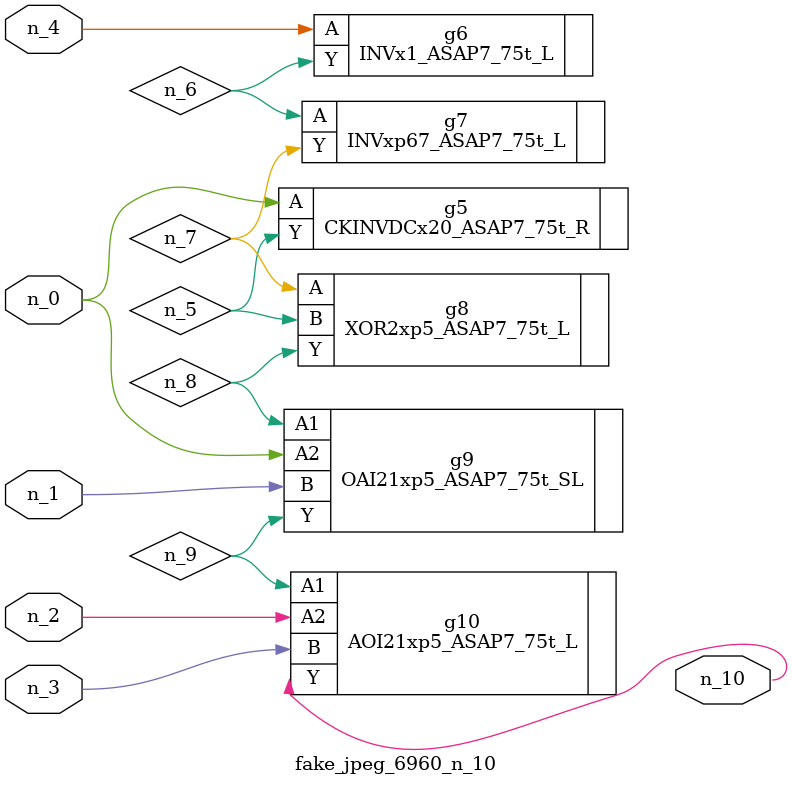
<source format=v>
module fake_jpeg_6960_n_10 (n_3, n_2, n_1, n_0, n_4, n_10);

input n_3;
input n_2;
input n_1;
input n_0;
input n_4;

output n_10;

wire n_8;
wire n_9;
wire n_6;
wire n_5;
wire n_7;

CKINVDCx20_ASAP7_75t_R g5 ( 
.A(n_0),
.Y(n_5)
);

INVx1_ASAP7_75t_L g6 ( 
.A(n_4),
.Y(n_6)
);

INVxp67_ASAP7_75t_L g7 ( 
.A(n_6),
.Y(n_7)
);

XOR2xp5_ASAP7_75t_L g8 ( 
.A(n_7),
.B(n_5),
.Y(n_8)
);

OAI21xp5_ASAP7_75t_SL g9 ( 
.A1(n_8),
.A2(n_0),
.B(n_1),
.Y(n_9)
);

AOI21xp5_ASAP7_75t_L g10 ( 
.A1(n_9),
.A2(n_2),
.B(n_3),
.Y(n_10)
);


endmodule
</source>
